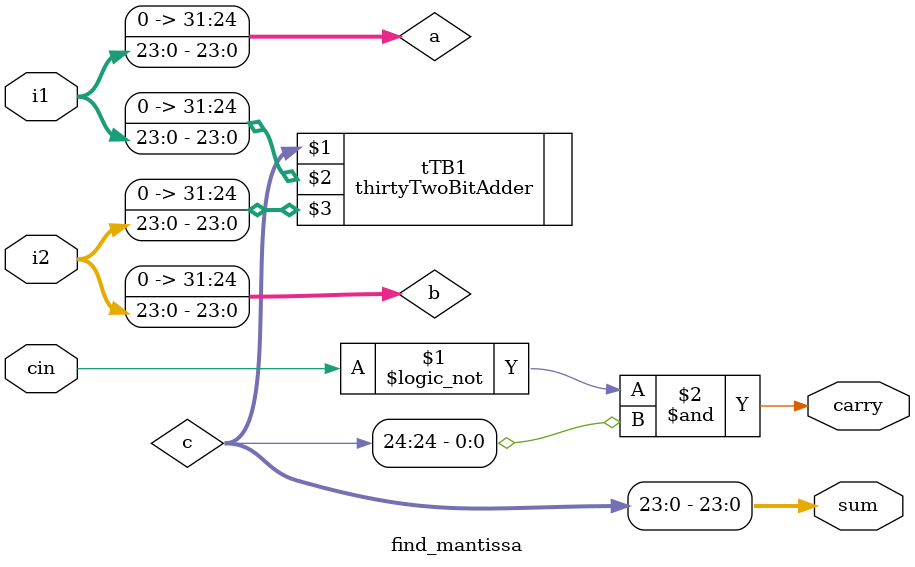
<source format=v>
`include"cla_gpk_32.v"

module find_mantissa(sum,carry,i1,i2,cin);

input [23:0] i1,i2;
input cin;
output [23:0] sum;
output carry;



wire [31:0] a,b;
wire [32:0] c;

assign a[23:0] = i1[23:0];
assign b[23:0] = i2[23:0];
assign a[31:24] = 8'b0;
assign b[31:24] = 8'b0;

thirtyTwoBitAdder tTB1 (c,a,b);

assign sum[23:0] = c[23:0];




assign carry = {!cin}&c[24];



endmodule
</source>
